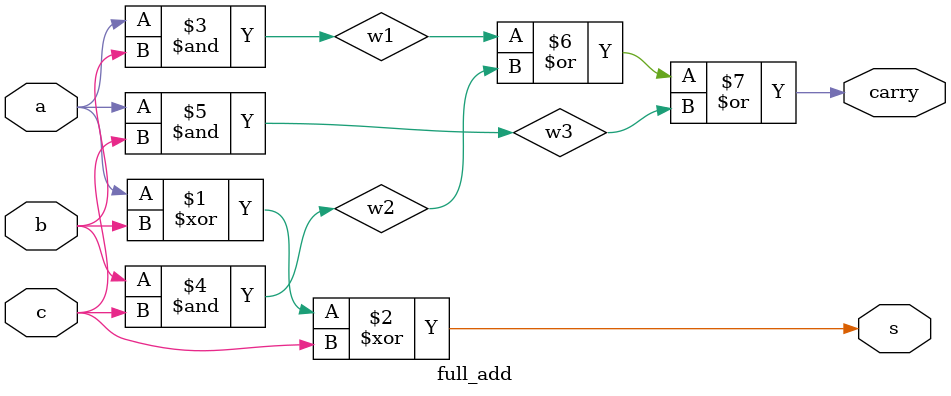
<source format=v>
`timescale 1ns / 1ps


module full_add(input a,b,c,output s,carry

    );
              wire w1,w2,w3;
    
    xor(s,a,b,c);
    
    and(w1,a,b);
    and(w2,b,c);
    and(w3,a,c);
    
    or(carry,w1,w2,w3);
    
endmodule

</source>
